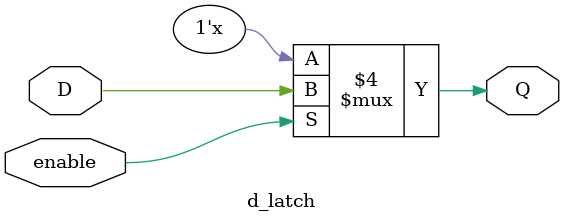
<source format=v>
module d_latch (input D,output reg Q,input enable);
    always @(D or enable) begin //or use allways @(*) since we want to monitor all inputs
        if (enable==1'b1) begin
            Q = D; //whenever enable is 1 Q will follow D
        end
    end
endmodule 
</source>
